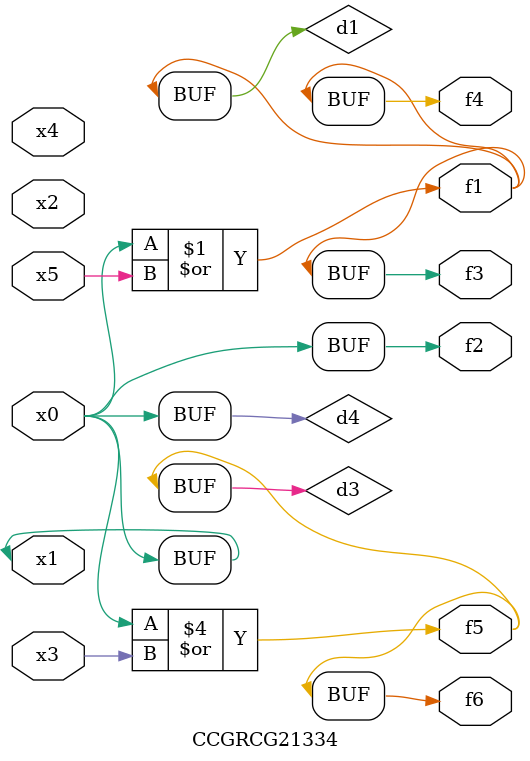
<source format=v>
module CCGRCG21334(
	input x0, x1, x2, x3, x4, x5,
	output f1, f2, f3, f4, f5, f6
);

	wire d1, d2, d3, d4;

	or (d1, x0, x5);
	xnor (d2, x1, x4);
	or (d3, x0, x3);
	buf (d4, x0, x1);
	assign f1 = d1;
	assign f2 = d4;
	assign f3 = d1;
	assign f4 = d1;
	assign f5 = d3;
	assign f6 = d3;
endmodule

</source>
